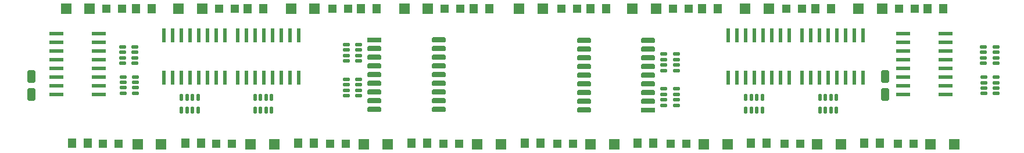
<source format=gtp>
G04 Layer_Color=8421504*
%FSTAX24Y24*%
%MOIN*%
G70*
G01*
G75*
%ADD10R,0.0500X0.0500*%
%ADD11R,0.0500X0.0550*%
%ADD12R,0.0600X0.0600*%
G04:AMPARAMS|DCode=13|XSize=37.4mil|YSize=19.7mil|CornerRadius=2.5mil|HoleSize=0mil|Usage=FLASHONLY|Rotation=270.000|XOffset=0mil|YOffset=0mil|HoleType=Round|Shape=RoundedRectangle|*
%AMROUNDEDRECTD13*
21,1,0.0374,0.0148,0,0,270.0*
21,1,0.0325,0.0197,0,0,270.0*
1,1,0.0049,-0.0074,-0.0162*
1,1,0.0049,-0.0074,0.0162*
1,1,0.0049,0.0074,0.0162*
1,1,0.0049,0.0074,-0.0162*
%
%ADD13ROUNDEDRECTD13*%
G04:AMPARAMS|DCode=14|XSize=37.4mil|YSize=19.7mil|CornerRadius=2.5mil|HoleSize=0mil|Usage=FLASHONLY|Rotation=180.000|XOffset=0mil|YOffset=0mil|HoleType=Round|Shape=RoundedRectangle|*
%AMROUNDEDRECTD14*
21,1,0.0374,0.0148,0,0,180.0*
21,1,0.0325,0.0197,0,0,180.0*
1,1,0.0049,-0.0162,0.0074*
1,1,0.0049,0.0162,0.0074*
1,1,0.0049,0.0162,-0.0074*
1,1,0.0049,-0.0162,-0.0074*
%
%ADD14ROUNDEDRECTD14*%
%ADD15R,0.0800X0.0300*%
G04:AMPARAMS|DCode=16|XSize=30mil|YSize=80mil|CornerRadius=7.5mil|HoleSize=0mil|Usage=FLASHONLY|Rotation=270.000|XOffset=0mil|YOffset=0mil|HoleType=Round|Shape=RoundedRectangle|*
%AMROUNDEDRECTD16*
21,1,0.0300,0.0650,0,0,270.0*
21,1,0.0150,0.0800,0,0,270.0*
1,1,0.0150,-0.0325,-0.0075*
1,1,0.0150,-0.0325,0.0075*
1,1,0.0150,0.0325,0.0075*
1,1,0.0150,0.0325,-0.0075*
%
%ADD16ROUNDEDRECTD16*%
%ADD17R,0.0787X0.0236*%
G04:AMPARAMS|DCode=18|XSize=70.9mil|YSize=47.2mil|CornerRadius=5.9mil|HoleSize=0mil|Usage=FLASHONLY|Rotation=90.000|XOffset=0mil|YOffset=0mil|HoleType=Round|Shape=RoundedRectangle|*
%AMROUNDEDRECTD18*
21,1,0.0709,0.0354,0,0,90.0*
21,1,0.0591,0.0472,0,0,90.0*
1,1,0.0118,0.0177,0.0295*
1,1,0.0118,0.0177,-0.0295*
1,1,0.0118,-0.0177,-0.0295*
1,1,0.0118,-0.0177,0.0295*
%
%ADD18ROUNDEDRECTD18*%
%ADD19R,0.0236X0.0787*%
D10*
X09718Y07407D02*
D03*
X09808D02*
D03*
X090663Y074086D02*
D03*
X091563D02*
D03*
X084146D02*
D03*
X085046D02*
D03*
X077629D02*
D03*
X078529D02*
D03*
X071111D02*
D03*
X072011D02*
D03*
X064594D02*
D03*
X065494D02*
D03*
X058077D02*
D03*
X058977D02*
D03*
X05156D02*
D03*
X05246D02*
D03*
X05179Y08183D02*
D03*
X05269D02*
D03*
X05824D02*
D03*
X05914D02*
D03*
X06474D02*
D03*
X06564D02*
D03*
X07119D02*
D03*
X07209D02*
D03*
X09723Y081855D02*
D03*
X09813D02*
D03*
X07788D02*
D03*
X07878D02*
D03*
X08428D02*
D03*
X08518D02*
D03*
X09078D02*
D03*
X09168D02*
D03*
D11*
X09523Y0741D02*
D03*
X09613D02*
D03*
X088741D02*
D03*
X089641D02*
D03*
X082253D02*
D03*
X083153D02*
D03*
X075764D02*
D03*
X076664D02*
D03*
X069276D02*
D03*
X070176D02*
D03*
X062787D02*
D03*
X063687D02*
D03*
X056299D02*
D03*
X057199D02*
D03*
X04981D02*
D03*
X05071D02*
D03*
X05349Y081835D02*
D03*
X05439D02*
D03*
X05989Y081825D02*
D03*
X06079D02*
D03*
X06639D02*
D03*
X06729D02*
D03*
X07284D02*
D03*
X07374D02*
D03*
X09243Y08185D02*
D03*
X09333D02*
D03*
X09888D02*
D03*
X09978D02*
D03*
X07953D02*
D03*
X08043D02*
D03*
X08593D02*
D03*
X08683D02*
D03*
D12*
X100399Y07405D02*
D03*
X099041D02*
D03*
X093902D02*
D03*
X092544D02*
D03*
X087405D02*
D03*
X086047D02*
D03*
X080908D02*
D03*
X079549D02*
D03*
X074411D02*
D03*
X073052D02*
D03*
X067913D02*
D03*
X066555D02*
D03*
X061416D02*
D03*
X060058D02*
D03*
X054919D02*
D03*
X053561D02*
D03*
X049461Y081825D02*
D03*
X050819D02*
D03*
X055911D02*
D03*
X057269D02*
D03*
X062361D02*
D03*
X063719D02*
D03*
X068861D02*
D03*
X070219D02*
D03*
X075451Y08185D02*
D03*
X076809D02*
D03*
X081951D02*
D03*
X083309D02*
D03*
X088401D02*
D03*
X089759D02*
D03*
X094901D02*
D03*
X096259D02*
D03*
D13*
X056088Y076724D02*
D03*
X056403D02*
D03*
X056717D02*
D03*
X057032D02*
D03*
Y076016D02*
D03*
X056717D02*
D03*
X056403D02*
D03*
X056088D02*
D03*
X060298Y076724D02*
D03*
X060613D02*
D03*
X060927D02*
D03*
X061242D02*
D03*
Y076016D02*
D03*
X060927D02*
D03*
X060613D02*
D03*
X060298D02*
D03*
X088448Y076016D02*
D03*
X088763D02*
D03*
X089077D02*
D03*
X089392D02*
D03*
Y076724D02*
D03*
X089077D02*
D03*
X088763D02*
D03*
X088448D02*
D03*
X092708Y076016D02*
D03*
X093023D02*
D03*
X093337D02*
D03*
X093652D02*
D03*
Y076724D02*
D03*
X093337D02*
D03*
X093023D02*
D03*
X092708D02*
D03*
D14*
X066244Y079782D02*
D03*
X066244Y079467D02*
D03*
Y079153D02*
D03*
X066244Y078838D02*
D03*
X065536Y078838D02*
D03*
Y079153D02*
D03*
Y079467D02*
D03*
Y079782D02*
D03*
X066244Y077772D02*
D03*
Y077457D02*
D03*
Y077143D02*
D03*
Y076828D02*
D03*
X065536Y076828D02*
D03*
X065536Y077143D02*
D03*
Y077457D02*
D03*
X065536Y077772D02*
D03*
X084464Y076288D02*
D03*
Y076603D02*
D03*
Y076917D02*
D03*
Y077232D02*
D03*
X083756D02*
D03*
Y076917D02*
D03*
Y076603D02*
D03*
Y076288D02*
D03*
X084464Y078288D02*
D03*
Y078603D02*
D03*
Y078917D02*
D03*
Y079232D02*
D03*
X083756D02*
D03*
Y078917D02*
D03*
Y078603D02*
D03*
Y078288D02*
D03*
X102804Y076958D02*
D03*
Y077273D02*
D03*
Y077587D02*
D03*
Y077902D02*
D03*
X102096D02*
D03*
Y077587D02*
D03*
Y077273D02*
D03*
Y076958D02*
D03*
X102794Y078698D02*
D03*
Y079013D02*
D03*
Y079327D02*
D03*
Y079642D02*
D03*
X102086D02*
D03*
Y079327D02*
D03*
Y079013D02*
D03*
Y078698D02*
D03*
X052726Y076978D02*
D03*
Y077293D02*
D03*
Y077607D02*
D03*
Y077922D02*
D03*
X053434D02*
D03*
Y077607D02*
D03*
Y077293D02*
D03*
Y076978D02*
D03*
X052716Y078698D02*
D03*
Y079013D02*
D03*
Y079327D02*
D03*
Y079642D02*
D03*
X053424D02*
D03*
Y079327D02*
D03*
X053424Y079013D02*
D03*
Y078698D02*
D03*
D15*
X082851Y07601D02*
D03*
X067149Y08004D02*
D03*
D16*
X082851Y07651D02*
D03*
Y07701D02*
D03*
Y07751D02*
D03*
Y07801D02*
D03*
Y07851D02*
D03*
Y07901D02*
D03*
Y07951D02*
D03*
Y08001D02*
D03*
X079169Y07601D02*
D03*
X079169Y07651D02*
D03*
X079169Y07701D02*
D03*
Y07751D02*
D03*
Y07801D02*
D03*
Y07851D02*
D03*
Y07901D02*
D03*
Y07951D02*
D03*
Y08001D02*
D03*
X070831Y07604D02*
D03*
Y07654D02*
D03*
Y07704D02*
D03*
Y07754D02*
D03*
Y07804D02*
D03*
Y07854D02*
D03*
Y07904D02*
D03*
Y07954D02*
D03*
Y08004D02*
D03*
X067149Y07604D02*
D03*
Y07654D02*
D03*
Y07704D02*
D03*
Y07754D02*
D03*
Y07804D02*
D03*
Y07854D02*
D03*
Y07904D02*
D03*
Y07954D02*
D03*
D17*
X09746Y08042D02*
D03*
Y07992D02*
D03*
Y07942D02*
D03*
Y07892D02*
D03*
Y07842D02*
D03*
Y07792D02*
D03*
Y07742D02*
D03*
Y07692D02*
D03*
X0999Y08042D02*
D03*
Y07992D02*
D03*
Y07942D02*
D03*
Y07892D02*
D03*
Y07842D02*
D03*
Y07792D02*
D03*
Y07742D02*
D03*
Y07692D02*
D03*
X05134D02*
D03*
Y07742D02*
D03*
X05134Y07792D02*
D03*
X05134Y07842D02*
D03*
Y07892D02*
D03*
X05134Y07942D02*
D03*
X05134Y07992D02*
D03*
X05134Y08042D02*
D03*
X0489Y07692D02*
D03*
Y07742D02*
D03*
Y07792D02*
D03*
Y07842D02*
D03*
Y07892D02*
D03*
Y07942D02*
D03*
Y07992D02*
D03*
Y08042D02*
D03*
D18*
X09643Y077932D02*
D03*
Y076908D02*
D03*
X04747D02*
D03*
Y077932D02*
D03*
D19*
X09093Y08031D02*
D03*
X09043D02*
D03*
X08993D02*
D03*
X08943D02*
D03*
X08893D02*
D03*
X08843D02*
D03*
X08793D02*
D03*
X08743D02*
D03*
X09093Y07787D02*
D03*
X09043D02*
D03*
X08993D02*
D03*
X08943D02*
D03*
X08893D02*
D03*
X08843D02*
D03*
X08793D02*
D03*
X08743D02*
D03*
X09519Y08031D02*
D03*
X09469D02*
D03*
X09419D02*
D03*
X09369D02*
D03*
X09319D02*
D03*
X09269D02*
D03*
X09219D02*
D03*
X09169D02*
D03*
X09519Y07787D02*
D03*
X09469D02*
D03*
X09419D02*
D03*
X09369D02*
D03*
X09319D02*
D03*
X09269D02*
D03*
X09219D02*
D03*
X09169D02*
D03*
X05507D02*
D03*
X05557D02*
D03*
X05607D02*
D03*
X05657D02*
D03*
X05707D02*
D03*
X05757D02*
D03*
X05807D02*
D03*
X05857D02*
D03*
X05507Y08031D02*
D03*
X05557D02*
D03*
X05607D02*
D03*
X05657D02*
D03*
X05707D02*
D03*
X05757D02*
D03*
X05807D02*
D03*
X05857D02*
D03*
X0593Y07787D02*
D03*
X0598D02*
D03*
X0603D02*
D03*
X0608D02*
D03*
X0613D02*
D03*
X0618D02*
D03*
X0623D02*
D03*
X0628D02*
D03*
X0593Y08031D02*
D03*
X0598D02*
D03*
X0603D02*
D03*
X0608D02*
D03*
X0613D02*
D03*
X0618D02*
D03*
X0623D02*
D03*
X0628D02*
D03*
M02*

</source>
